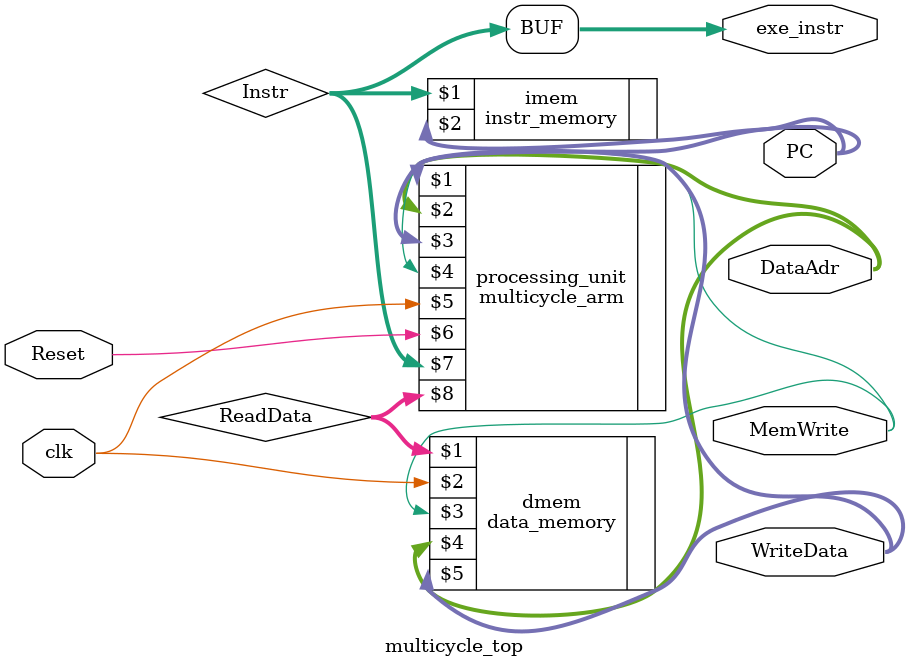
<source format=v>
`timescale 1ns/1ps

`include "multicycle_arm.v"
`include "./../instr_memory.v"
`include "./../data_memory.v"

module multicycle_top(
    output wire [31:0] WriteData, DataAdr, 
    output wire MemWrite,
    output wire [31:0] PC, exe_instr,  // for simulation
    input wire clk, Reset 
);

    wire [31:0] Instr, ReadData;  // PC

    assign exe_instr = Instr;
    
    // instantiate processor and memories
    multicycle_arm processing_unit(PC, DataAdr, WriteData, MemWrite, clk, Reset, Instr, ReadData);
    // module multicycle_arm(
    //     output wire [31:0] PC,
    //     output wire [31:0] ALUResult, WriteData,
    //     output wire MemWrite,
    //     input wire clk, Reset,
    //     input wire [31:0] Instr, 
    //     input wire [31:0] ReadData);

    // External Memories
    instr_memory imem(Instr, PC);
    data_memory dmem(ReadData, clk, MemWrite, DataAdr, WriteData);

endmodule
</source>
